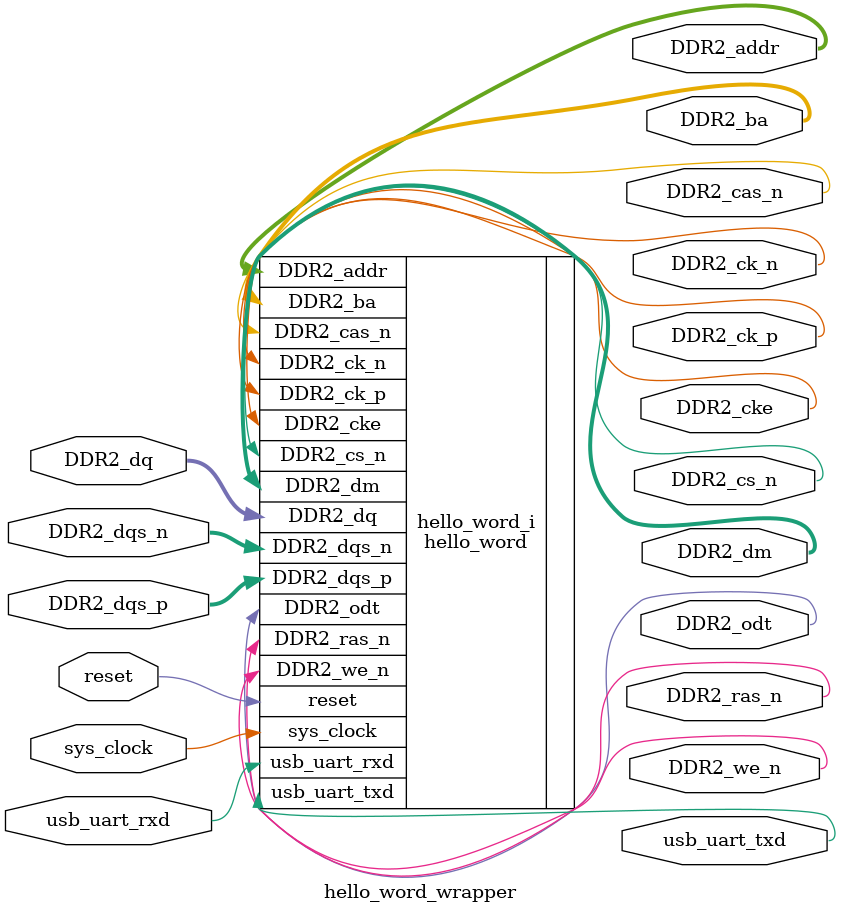
<source format=v>
`timescale 1 ps / 1 ps

module hello_word_wrapper
   (DDR2_addr,
    DDR2_ba,
    DDR2_cas_n,
    DDR2_ck_n,
    DDR2_ck_p,
    DDR2_cke,
    DDR2_cs_n,
    DDR2_dm,
    DDR2_dq,
    DDR2_dqs_n,
    DDR2_dqs_p,
    DDR2_odt,
    DDR2_ras_n,
    DDR2_we_n,
    reset,
    sys_clock,
    usb_uart_rxd,
    usb_uart_txd);
  output [12:0]DDR2_addr;
  output [2:0]DDR2_ba;
  output DDR2_cas_n;
  output [0:0]DDR2_ck_n;
  output [0:0]DDR2_ck_p;
  output [0:0]DDR2_cke;
  output [0:0]DDR2_cs_n;
  output [1:0]DDR2_dm;
  inout [15:0]DDR2_dq;
  inout [1:0]DDR2_dqs_n;
  inout [1:0]DDR2_dqs_p;
  output [0:0]DDR2_odt;
  output DDR2_ras_n;
  output DDR2_we_n;
  input reset;
  input sys_clock;
  input usb_uart_rxd;
  output usb_uart_txd;

  wire [12:0]DDR2_addr;
  wire [2:0]DDR2_ba;
  wire DDR2_cas_n;
  wire [0:0]DDR2_ck_n;
  wire [0:0]DDR2_ck_p;
  wire [0:0]DDR2_cke;
  wire [0:0]DDR2_cs_n;
  wire [1:0]DDR2_dm;
  wire [15:0]DDR2_dq;
  wire [1:0]DDR2_dqs_n;
  wire [1:0]DDR2_dqs_p;
  wire [0:0]DDR2_odt;
  wire DDR2_ras_n;
  wire DDR2_we_n;
  wire reset;
  wire sys_clock;
  wire usb_uart_rxd;
  wire usb_uart_txd;

  hello_word hello_word_i
       (.DDR2_addr(DDR2_addr),
        .DDR2_ba(DDR2_ba),
        .DDR2_cas_n(DDR2_cas_n),
        .DDR2_ck_n(DDR2_ck_n),
        .DDR2_ck_p(DDR2_ck_p),
        .DDR2_cke(DDR2_cke),
        .DDR2_cs_n(DDR2_cs_n),
        .DDR2_dm(DDR2_dm),
        .DDR2_dq(DDR2_dq),
        .DDR2_dqs_n(DDR2_dqs_n),
        .DDR2_dqs_p(DDR2_dqs_p),
        .DDR2_odt(DDR2_odt),
        .DDR2_ras_n(DDR2_ras_n),
        .DDR2_we_n(DDR2_we_n),
        .reset(reset),
        .sys_clock(sys_clock),
        .usb_uart_rxd(usb_uart_rxd),
        .usb_uart_txd(usb_uart_txd));
endmodule

</source>
